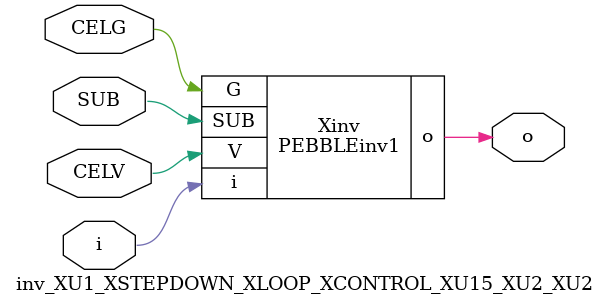
<source format=v>



module PEBBLEinv1 ( o, G, SUB, V, i );

  input V;
  input i;
  input G;
  output o;
  input SUB;
endmodule

//Celera Confidential Do Not Copy inv_XU1_XSTEPDOWN_XLOOP_XCONTROL_XU15_XU2_XU2
//Celera Confidential Symbol Generator
//5V Inverter
module inv_XU1_XSTEPDOWN_XLOOP_XCONTROL_XU15_XU2_XU2 (CELV,CELG,i,o,SUB);
input CELV;
input CELG;
input i;
input SUB;
output o;

//Celera Confidential Do Not Copy inv
PEBBLEinv1 Xinv(
.V (CELV),
.i (i),
.o (o),
.SUB (SUB),
.G (CELG)
);
//,diesize,PEBBLEinv1

//Celera Confidential Do Not Copy Module End
//Celera Schematic Generator
endmodule

</source>
